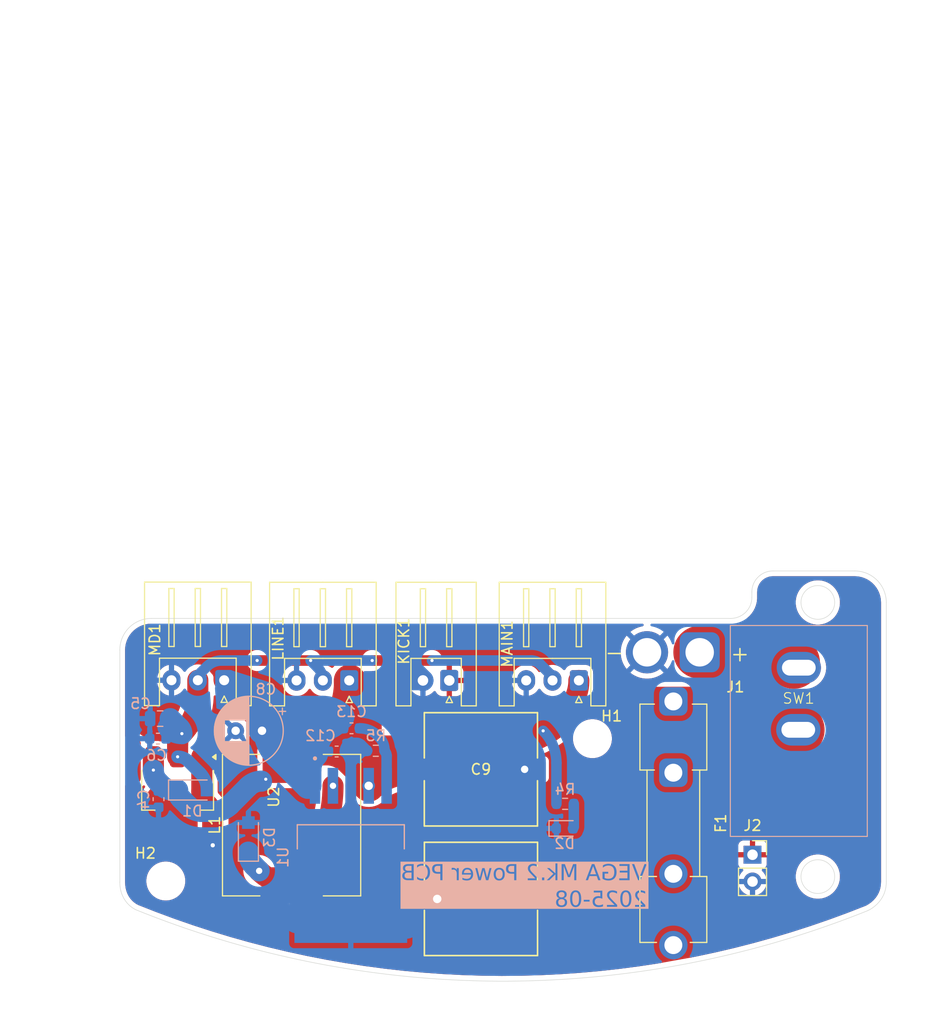
<source format=kicad_pcb>
(kicad_pcb (version 20241229) (generator "pcbnew") (generator_version "9.0")
  (layers (0 "F.Cu" signal) (2 "B.Cu" signal) (13 "F.Paste" user) (15 "B.Paste" user) (5 "F.SilkS" user "F.Silkscreen") (7 "B.SilkS" user "B.Silkscreen") (1 "F.Mask" user) (3 "B.Mask" user) (25 "Edge.Cuts" user))
  (net 0 "")
  (net 1 "Net-(D2-A)")
  (net 2 "+3.3V")
  (net 3 "Net-(SW1-B)")
  (net 4 "Net-(U1-ON{slash}OFF)")
  (net 5 "+12V")
  (net 6 "Net-(J1-Pin_1)")
  (net 7 "+5V")
  (net 8 "Net-(D3-K)")
  (net 9 "GND")
  (net 10 "unconnected-(U2-EPAD-Pad4)")
  (footprint "Fuse:Fuseholder_Clip-5x20mm_Keystone_3517_Inline_P23.11x6.76mm_D1.70mm_Horizontal" (layer "F.Cu") (at 166.181 166.47 -90)
    (property "Reference" "F1" (at 11.555 -4.5 270) (layer "F.SilkS"))
    (property "Value" "Fuse")
    (pad "1" thru_hole roundrect (at 0 0 270) (size 2.7 2.7) (drill 1.7) (layers "*.Cu" "*.Mask") (net 3 "Net-(SW1-B)"))
    (pad "1" thru_hole roundrect (at 6.76 0 270) (size 2.7 2.7) (drill 1.7) (layers "*.Cu" "*.Mask") (net 3 "Net-(SW1-B)"))
    (pad "2" thru_hole circle (at 16.35 0 270) (size 2.7 2.7) (drill 1.7) (layers "*.Cu" "*.Mask") (net 5 "+12V"))
    (pad "2" thru_hole circle (at 23.11 0 270) (size 2.7 2.7) (drill 1.7) (layers "*.Cu" "*.Mask") (net 5 "+12V"))
  )
  (footprint "Capacitor DOWNROAD:CAP_J-V_10X10P5_RUB" (layer "F.Cu") (at 147.9171 185.2 180)
    (property "Reference" "C1" (at 0 0 180) (layer "F.SilkS"))
    (property "Value" "1000uF")
    (pad "1" smd rect (at -4.1529 0 180) (size 3.6068 1.4986) (layers "F.Cu" "F.Mask" "F.Paste") (net 5 "+12V"))
    (pad "2" smd rect (at 4.1529 0 180) (size 3.6068 1.4986) (layers "F.Cu" "F.Mask" "F.Paste") (net 9 "GND"))
  )
  (footprint "Capacitor DOWNROAD:CAP_J-V_10X10P5_RUB" (layer "F.Cu") (at 147.91 172.91)
    (property "Reference" "C9" (at 0 0 0) (layer "F.SilkS"))
    (property "Value" "1000uF")
    (pad "1" smd rect (at -4.1529 0) (size 3.6068 1.4986) (layers "F.Cu" "F.Mask" "F.Paste") (net 7 "+5V"))
    (pad "2" smd rect (at 4.1529 0) (size 3.6068 1.4986) (layers "F.Cu" "F.Mask" "F.Paste") (net 9 "GND"))
  )
  (footprint "SW:DS-850K-S-ON" (layer "F.Cu") (at 178.09 169.27)
    (property "Reference" "SW1" (at -0.02 -3.09 0) (layer "F.SilkS") (effects (font (thickness 0.1))))
    (property "Value" "SW_SPST")
    (pad "1" thru_hole oval (at 0 -6) (size 4.2 3) (drill oval 3.2 1.5) (layers "*.Cu" "*.Mask") (net 6 "Net-(J1-Pin_1)"))
    (pad "2" thru_hole oval (at -0.05 -0.11) (size 4.2 3) (drill oval 3.2 1.5) (layers "*.Cu" "*.Mask") (net 3 "Net-(SW1-B)"))
  )
  (footprint "Connector_JST:JST_XH_S3B-XH-A_1x03_P2.50mm_Horizontal" (layer "F.Cu") (at 135.41 164.48 180)
    (property "Reference" "LINE1" (at 6.75 3.99 90) (layer "F.SilkS"))
    (property "Value" "Conn_01x03_Pin")
    (pad "1" thru_hole roundrect (at 0 0 180) (size 1.7 1.95) (drill 0.95) (layers "*.Cu" "*.Mask") (roundrect_rratio 0.147059) (net 7 "+5V"))
    (pad "2" thru_hole oval (at 2.5 0 180) (size 1.7 1.95) (drill 0.95) (layers "*.Cu" "*.Mask") (net 2 "+3.3V"))
    (pad "3" thru_hole oval (at 5 0 180) (size 1.7 1.95) (drill 0.95) (layers "*.Cu" "*.Mask") (net 9 "GND"))
  )
  (footprint "Connector_JST:JST_XH_S3B-XH-A_1x03_P2.50mm_Horizontal" (layer "F.Cu") (at 157.21 164.48 180)
    (property "Reference" "MAIN1" (at 6.8 3.47 90) (layer "F.SilkS"))
    (property "Value" "Conn_01x03_Pin")
    (pad "1" thru_hole roundrect (at 0 0 180) (size 1.7 1.95) (drill 0.95) (layers "*.Cu" "*.Mask") (roundrect_rratio 0.147059) (net 7 "+5V"))
    (pad "2" thru_hole oval (at 2.5 0 180) (size 1.7 1.95) (drill 0.95) (layers "*.Cu" "*.Mask") (net 2 "+3.3V"))
    (pad "3" thru_hole oval (at 5 0 180) (size 1.7 1.95) (drill 0.95) (layers "*.Cu" "*.Mask") (net 9 "GND"))
  )
  (footprint "Package_TO_SOT_SMD:SOT-223" (layer "F.Cu") (at 119.12 174.87 -90)
    (property "Reference" "U2" (at 0.666666 -9.13 90) (layer "F.SilkS"))
    (property "Value" "AZ1117CH-3.3TRG1")
    (pad "1" smd roundrect (at -3.15 -2.3 270) (size 2 1.5) (layers "F.Cu" "F.Mask" "F.Paste") (net 9 "GND"))
    (pad "2" smd roundrect (at -3.15 0 270) (size 2 1.5) (layers "F.Cu" "F.Mask" "F.Paste") (net 2 "+3.3V"))
    (pad "3" smd roundrect (at -3.15 2.3 270) (size 2 1.5) (layers "F.Cu" "F.Mask" "F.Paste") (net 7 "+5V"))
    (pad "4" smd roundrect (at 3.15 0 270) (size 2 3.8) (layers "F.Cu" "F.Mask" "F.Paste") (net 10 "unconnected-(U2-EPAD-Pad4)"))
  )
  (footprint "Connector_JST:JST_XH_S3B-XH-A_1x03_P2.50mm_Horizontal" (layer "F.Cu") (at 123.54 164.46 180)
    (property "Reference" "MD1" (at 6.58 3.84 90) (layer "F.SilkS"))
    (property "Value" "Conn_01x03_Pin")
    (pad "1" thru_hole roundrect (at 0 0 180) (size 1.7 1.95) (drill 0.95) (layers "*.Cu" "*.Mask") (roundrect_rratio 0.147059) (net 5 "+12V"))
    (pad "2" thru_hole oval (at 2.5 0 180) (size 1.7 1.95) (drill 0.95) (layers "*.Cu" "*.Mask") (net 2 "+3.3V"))
    (pad "3" thru_hole oval (at 5 0 180) (size 1.7 1.95) (drill 0.95) (layers "*.Cu" "*.Mask") (net 9 "GND"))
  )
  (footprint "Connector_AMASS:AMASS_XT30U-F_1x02_P5.0mm_Vertical" (layer "F.Cu") (at 168.68 161.81 180)
    (property "Reference" "J1" (at -3.39 -3.29 0) (layer "F.SilkS"))
    (property "Value" "Conn_01x02_Pin")
    (fp_text user "-" (at 8.1 0 0) (layer "F.SilkS") (effects (font (size 1.5 1.5))))
    (fp_text user "+" (at -3.82 -0.11 0) (layer "F.SilkS") (effects (font (size 1.5 1.5))))
    (pad "1" thru_hole roundrect (at 0 0 180) (size 3.8 3.8) (drill 2.7) (layers "*.Cu" "*.Mask") (roundrect_rratio 0.2) (net 6 "Net-(J1-Pin_1)"))
    (pad "2" thru_hole circle (at 5 0 180) (size 4 4) (drill 2.7) (layers "*.Cu" "*.Mask") (net 9 "GND"))
  )
  (footprint "Inductor_SMD:L_Changjiang_FXL1360" (layer "F.Cu") (at 129.94 178.2 90)
    (property "Reference" "L1" (at 0 -7.3 90) (layer "F.SilkS"))
    (property "Value" "CSAB1260A")
    (pad "1" smd roundrect (at -5.625 0 90) (size 3.25 5.5) (layers "F.Cu" "F.Mask" "F.Paste") (roundrect_rratio 0.076923) (net 8 "Net-(D3-K)"))
    (pad "2" smd roundrect (at 5.625 0 90) (size 3.25 5.5) (layers "F.Cu" "F.Mask" "F.Paste") (roundrect_rratio 0.076923) (net 7 "+5V"))
  )
  (footprint "MountingHole:MountingHole_3.2mm_M3" (layer "F.Cu") (at 158.5 170)
    (property "Reference" "H1" (at 1.82 -2.14 0) (layer "F.SilkS"))
    (property "Value" "MountingHole")
    (pad "" np_thru_hole circle (at 0 0) (size 3.2 3.2) (drill 3.2) (layers "*.Cu" "*.Mask"))
  )
  (footprint "Connector_JST:JST_XH_S2B-XH-A_1x02_P2.50mm_Horizontal" (layer "F.Cu") (at 144.91 164.48 180)
    (property "Reference" "KICK1" (at 4.31 3.72 90) (layer "F.SilkS"))
    (property "Value" "Conn_01x02_Pin")
    (pad "1" thru_hole roundrect (at 0 0 180) (size 1.7 2) (drill 1) (layers "*.Cu" "*.Mask") (roundrect_rratio 0.147059) (net 5 "+12V"))
    (pad "2" thru_hole oval (at 2.5 0 180) (size 1.7 2) (drill 1) (layers "*.Cu" "*.Mask") (net 9 "GND"))
  )
  (footprint "Connector_PinSocket_2.54mm:PinSocket_1x02_P2.54mm_Vertical" (layer "F.Cu") (at 173.695 181.01)
    (property "Reference" "J2" (at 0 -2.77 0) (layer "F.SilkS"))
    (property "Value" "Conn_01x02_Pin")
    (pad "1" thru_hole rect (at 0 0) (size 1.7 1.7) (drill 1) (layers "*.Cu" "*.Mask") (net 5 "+12V"))
    (pad "2" thru_hole oval (at 0 2.54) (size 1.7 1.7) (drill 1) (layers "*.Cu" "*.Mask") (net 9 "GND"))
  )
  (footprint "MountingHole:MountingHole_3.2mm_M3" (layer "F.Cu") (at 118 183.5)
    (property "Reference" "H2" (at -1.94 -2.63 0) (layer "F.SilkS"))
    (property "Value" "MountingHole")
    (pad "" np_thru_hole circle (at 0 0) (size 3.2 3.2) (drill 3.2) (layers "*.Cu" "*.Mask"))
  )
  (footprint "Resistor_SMD:R_0603_1608Metric" (layer "B.Cu") (at 155.905 176.183137)
    (property "Reference" "R4" (at 0 -1.37 180) (layer "B.SilkS") (effects (justify mirror)))
    (property "Value" "150")
    (pad "1" smd roundrect (at -0.825 0) (size 0.8 0.95) (layers "B.Cu" "B.Mask" "B.Paste") (net 7 "+5V"))
    (pad "2" smd roundrect (at 0.825 0) (size 0.8 0.95) (layers "B.Cu" "B.Mask" "B.Paste") (net 1 "Net-(D2-A)"))
  )
  (footprint "Capacitor_THT:CP_Radial_D6.3mm_P2.50mm" (layer "B.Cu") (at 127.13 169.25 180)
    (property "Reference" "C8" (at -0.37 3.93 0) (layer "B.SilkS") (effects (justify mirror)))
    (property "Value" "100uF")
    (pad "1" thru_hole rect (at 0 0 180) (size 1.6 1.6) (drill 0.8) (layers "*.Cu" "*.Mask") (net 5 "+12V"))
    (pad "2" thru_hole circle (at 2.5 0 180) (size 1.6 1.6) (drill 0.8) (layers "*.Cu" "*.Mask") (net 9 "GND"))
  )
  (footprint "Capacitor_SMD:C_0603_1608Metric" (layer "B.Cu") (at 134.22 171.22)
    (property "Reference" "C12" (at -1.54 -1.5 0) (layer "B.SilkS") (effects (justify mirror)))
    (property "Value" "0.1uF")
    (pad "1" smd roundrect (at -0.775 0) (size 0.9 0.95) (layers "B.Cu" "B.Mask" "B.Paste") (net 5 "+12V"))
    (pad "2" smd roundrect (at 0.775 0) (size 0.9 0.95) (layers "B.Cu" "B.Mask" "B.Paste") (net 9 "GND"))
  )
  (footprint "Capacitor_SMD:C_0603_1608Metric" (layer "B.Cu") (at 135.63 169.02)
    (property "Reference" "C13" (at 0 -1.58 0) (layer "B.SilkS") (effects (justify mirror)))
    (property "Value" "0.1uF")
    (pad "1" smd roundrect (at -0.775 0) (size 0.9 0.95) (layers "B.Cu" "B.Mask" "B.Paste") (net 5 "+12V"))
    (pad "2" smd roundrect (at 0.775 0) (size 0.9 0.95) (layers "B.Cu" "B.Mask" "B.Paste") (net 4 "Net-(U1-ON{slash}OFF)"))
  )
  (footprint "Resistor_SMD:R_0603_1608Metric" (layer "B.Cu") (at 137.935 171.15 180)
    (property "Reference" "R5" (at 0 1.43 0) (layer "B.SilkS") (effects (justify mirror)))
    (property "Value" "47k")
    (pad "1" smd roundrect (at -0.825 0 180) (size 0.8 0.95) (layers "B.Cu" "B.Mask" "B.Paste") (net 4 "Net-(U1-ON{slash}OFF)"))
    (pad "2" smd roundrect (at 0.825 0 180) (size 0.8 0.95) (layers "B.Cu" "B.Mask" "B.Paste") (net 9 "GND"))
  )
  (footprint "Capacitor_SMD:C_0603_1608Metric" (layer "B.Cu") (at 117.309 175.736 -90)
    (property "Reference" "C4" (at 0.044 1.409 90) (layer "B.SilkS") (effects (justify mirror)))
    (property "Value" "0.1uF")
    (pad "1" smd roundrect (at -0.775 0 270) (size 0.9 0.95) (layers "B.Cu" "B.Mask" "B.Paste") (net 7 "+5V"))
    (pad "2" smd roundrect (at 0.775 0 270) (size 0.9 0.95) (layers "B.Cu" "B.Mask" "B.Paste") (net 9 "GND"))
  )
  (footprint "Diode_SMD:Nexperia_CFP3_SOD-123W" (layer "B.Cu") (at 120.52 174.87)
    (property "Reference" "D1" (at 0 2 0) (layer "B.SilkS") (effects (justify mirror)))
    (property "Value" "GS1010FL")
    (pad "1" smd rect (at -1.4 0) (size 1.2 1.2) (layers "B.Cu" "B.Mask" "B.Paste") (net 7 "+5V"))
    (pad "2" smd rect (at 1.4 0) (size 1.2 1.2) (layers "B.Cu" "B.Mask" "B.Paste") (net 2 "+3.3V"))
  )
  (footprint "Capacitor_SMD:C_0805_2012Metric" (layer "B.Cu") (at 117.46 168.1 180)
    (property "Reference" "C5" (at 1.86 1.42 0) (layer "B.SilkS") (effects (justify mirror)))
    (property "Value" "47uF")
    (pad "1" smd roundrect (at -0.95 0 180) (size 1 1.45) (layers "B.Cu" "B.Mask" "B.Paste") (net 2 "+3.3V"))
    (pad "2" smd roundrect (at 0.95 0 180) (size 1 1.45) (layers "B.Cu" "B.Mask" "B.Paste") (net 9 "GND"))
  )
  (footprint "Regulator:LM2576SX-5.0_NOPB" (layer "B.Cu") (at 135.56 185.0725 -90)
    (property "Reference" "U1" (at -3.825 6.435 90) (layer "B.SilkS") (effects (justify mirror)))
    (property "Value" "LM2576SX-5.0_NOPB")
    (pad "1" smd rect (at -10.6 3.4 270) (size 3.4 1) (layers "B.Cu") (net 5 "+12V"))
    (pad "2" smd rect (at -10.6 1.7 270) (size 3.4 1) (layers "B.Cu") (net 8 "Net-(D3-K)"))
    (pad "3" smd rect (at -10.6 0 270) (size 3.4 1) (layers "B.Cu") (net 9 "GND"))
    (pad "4" smd rect (at -10.6 -1.7 270) (size 3.4 1) (layers "B.Cu") (net 7 "+5V"))
    (pad "5" smd rect (at -10.6 -3.4 270) (size 3.4 1) (layers "B.Cu") (net 4 "Net-(U1-ON{slash}OFF)"))
    (pad "6" smd rect (at 0 0 270) (size 8.6 10.7) (layers "B.Cu") (net 9 "GND"))
  )
  (footprint "Capacitor_SMD:C_0603_1608Metric" (layer "B.Cu") (at 117.25 169.999 180)
    (property "Reference" "C6" (at 0.13 -1.59 0) (layer "B.SilkS") (effects (justify mirror)))
    (property "Value" "0.1uF")
    (pad "1" smd roundrect (at -0.775 0 180) (size 0.9 0.95) (layers "B.Cu" "B.Mask" "B.Paste") (net 2 "+3.3V"))
    (pad "2" smd roundrect (at 0.775 0 180) (size 0.9 0.95) (layers "B.Cu" "B.Mask" "B.Paste") (net 9 "GND"))
  )
  (footprint "Diode_SMD:Nexperia_CFP3_SOD-123W" (layer "B.Cu") (at 125.84 179.36 90)
    (property "Reference" "D3" (at 0 2 90) (layer "B.SilkS") (effects (justify mirror)))
    (property "Value" "GS1010FL")
    (pad "1" smd rect (at -1.4 0 90) (size 1.2 1.2) (layers "B.Cu" "B.Mask" "B.Paste") (net 8 "Net-(D3-K)"))
    (pad "2" smd rect (at 1.4 0 90) (size 1.2 1.2) (layers "B.Cu" "B.Mask" "B.Paste") (net 9 "GND"))
  )
  (footprint "LED_SMD:LED_0603_1608Metric" (layer "B.Cu") (at 155.8625 178.513137)
    (property "Reference" "D2" (at 0 1.43 180) (layer "B.SilkS") (effects (justify mirror)))
    (property "Value" "LED")
    (pad "1" smd roundrect (at -0.7875 0) (size 0.875 0.95) (layers "B.Cu" "B.Mask" "B.Paste") (net 9 "GND"))
    (pad "2" smd roundrect (at 0.7875 0) (size 0.875 0.95) (layers "B.Cu" "B.Mask" "B.Paste") (net 1 "Net-(D2-A)"))
  )
  (gr_poly (pts (xy 168.14 165.17) (xy 171.62 166.83) (xy 167.57 167.57) (xy 163.78 168) (xy 163.82 167.56) (xy 164.3 165.18)) (stroke (width 0.2)) (fill yes) (layer "F.Cu") (net 3))
  (gr_poly (pts (xy 164.95 191.18) (xy 167.89 190.65) (xy 168.29 188.86) (xy 167.02 187.77) (xy 165.55 187.56) (xy 164.41 188.62) (xy 164.16 190.1)) (stroke (width 0.2)) (fill yes) (layer "F.Cu") (net 5))
  (gr_poly (pts (xy 125.039 167.07) (xy 129.54 166.23) (xy 127.73 164.72) (xy 124.21 163.62) (xy 122.87 165.32)) (stroke (width 0.2)) (fill yes) (layer "B.Cu") (net 5))
  (gr_poly (pts (xy 126.16 168.11) (xy 122.9 167.06) (xy 122.767562 165.204538)) (stroke (width 0.2)) (fill yes) (layer "B.Cu") (net 5))
  (gr_arc (start 183.395441 154.095) (mid 185.516761 154.97368) (end 186.395441 157.095) (stroke (width 0.05)) (layer "Edge.Cuts"))
  (gr_line (start 183.3954 154.095) (end 175.634 154.095) (stroke (width 0.05)) (layer "Edge.Cuts"))
  (gr_line (start 171.634 158.595) (end 116.633837 158.595) (stroke (width 0.05)) (layer "Edge.Cuts"))
  (gr_curve (pts (xy 113.633837 183.594989) (xy 113.633837 185.594989) (xy 115.15 186.22) (xy 115.15 186.22)) (stroke (width 0.05)) (layer "Edge.Cuts"))
  (gr_arc (start 173.634 156.595) (mid 173.048214 158.009214) (end 171.634 158.595) (stroke (width 0.05)) (layer "Edge.Cuts"))
  (gr_line (start 173.634 156.595) (end 173.634 156.095) (stroke (width 0.05)) (layer "Edge.Cuts"))
  (gr_arc (start 184.634 186.31) (mid 149.883007 192.99955) (end 115.148954 186.222588) (stroke (width 0.05)) (layer "Edge.Cuts"))
  (gr_line (start 113.633837 183.594989) (end 113.633837 161.595) (stroke (width 0.05)) (layer "Edge.Cuts"))
  (gr_line (start 186.3954 183.58256) (end 186.3954 157.095) (stroke (width 0.05)) (layer "Edge.Cuts"))
  (gr_curve (pts (xy 186.3954 183.58256) (xy 186.3954 185.58256) (xy 184.634 186.31) (xy 184.634 186.31)) (stroke (width 0.05)) (layer "Edge.Cuts"))
  (gr_circle (center 179.895438 183.082544) (end 181.495438 183.082544) (stroke (width 0.05)) (fill no) (layer "Edge.Cuts"))
  (gr_circle (center 179.895438 157.082544) (end 181.495438 157.082544) (stroke (width 0.05)) (fill no) (layer "Edge.Cuts"))
  (gr_arc (start 173.634 156.095) (mid 174.219786 154.680786) (end 175.634 154.095) (stroke (width 0.05)) (layer "Edge.Cuts"))
  (gr_arc (start 113.633837 161.595) (mid 114.512517 159.47368) (end 116.633837 158.595) (stroke (width 0.05)) (layer "Edge.Cuts"))
  (gr_text "VEGA Mk.2 Power PCB\n2025-08" (at 163.67 186.2 0) (layer "B.SilkS" knockout) (effects (font (size 1.5 1.5) (thickness 0.1)) (justify left bottom mirror)))
  (segment (start 115.12 170.48) (end 115.12 173.76) (width 1) (layer "F.Cu") (net 0))
  (segment (start 156.73 176.183137) (end 156.73 178.32) (width 1) (layer "B.Cu") (net 1))
  (arc (start 156.73 178.32) (mid 156.709208 178.424525) (end 156.65 178.513137) (width 1) (layer "B.Cu") (net 1))
  (segment (start 119.12 171.72) (end 119.12 170.506546) (width 2) (layer "F.Cu") (net 2))
  (segment (start 131.75 162.59) (end 126.67 162.59) (width 1) (layer "F.Cu") (net 2))
  (segment (start 121.04 164.46) (end 121.04 165.871256) (width 2) (layer "F.Cu") (net 2))
  (segment (start 137.59 162.59) (end 143.27 162.59) (width 1) (layer "F.Cu") (net 2))
  (via (at 119.12 171.72) (size 0.6) (drill 0.3) (layers "F.Cu" "B.Cu") (net 2))
  (via (at 143.27 162.59) (size 0.6) (drill 0.3) (layers "F.Cu" "B.Cu") (net 2))
  (via (at 131.75 162.59) (size 0.6) (drill 0.3) (layers "F.Cu" "B.Cu") (net 2))
  (via (at 119.52611 169.52611) (size 0.6) (drill 0.3) (layers "F.Cu" "B.Cu") (net 2))
  (via (at 137.59 162.59) (size 0.6) (drill 0.3) (layers "F.Cu" "B.Cu") (net 2))
  (via (at 126.67 162.59) (size 0.6) (drill 0.3) (layers "F.Cu" "B.Cu") (net 2))
  (arc (start 119.12 170.506546) (mid 119.225544 169.975938) (end 119.52611 169.52611) (width 2) (layer "F.Cu") (net 2))
  (arc (start 121.04 165.871256) (mid 120.646553 167.849249) (end 119.52611 169.52611) (width 2) (layer "F.Cu") (net 2))
  (segment (start 126.67 162.59) (end 123.290244 162.59) (width 1) (layer "B.Cu") (net 2))
  (segment (start 132.393812 163.233812) (end 131.75 162.59) (width 1) (layer "B.Cu") (net 2))
  (segment (start 118.296993 169.016993) (end 118.21 168.93) (width 2) (layer "B.Cu") (net 2))
  (segment (start 131.75 162.59) (end 137.59 162.59) (width 1) (layer "B.Cu") (net 2))
  (segment (start 143.27 162.59) (end 152.709167 162.59) (width 1) (layer "B.Cu") (net 2))
  (segment (start 121.89 163.17) (end 121.351127 163.708873) (width 1) (layer "B.Cu") (net 2))
  (segment (start 154.44837 163.848371) (end 153.53 162.93) (width 1) (layer "B.Cu") (net 2))
  (segment (start 119.306907 168.996907) (end 118.41 168.1) (width 2) (layer "B.Cu") (net 2))
  (segment (start 120.130607 172.138607) (end 121.253905 173.261905) (width 1.2) (layer "B.Cu") (net 2))
  (arc (start 121.351127 163.708873) (mid 121.120859 164.053493) (end 121.04 164.46) (width 1) (layer "B.Cu") (net 2))
  (arc (start 119.52611 169.52611) (mid 119.469141 169.239707) (end 119.306907 168.996907) (width 2) (layer "B.Cu") (net 2))
  (arc (start 154.71 164.48) (mid 154.642005 164.138165) (end 154.44837 163.848371) (width 1) (layer "B.Cu") (net 2))
  (arc (start 153.53 162.93) (mid 153.153399 162.678363) (end 152.709167 162.59) (width 1) (layer "B.Cu") (net 2))
  (arc (start 123.290244 162.59) (mid 122.532437 162.740737) (end 121.89 163.17) (width 1) (layer "B.Cu") (net 2))
  (arc (start 121.253905 173.261905) (mid 121.746887 173.999705) (end 121.92 174.87) (width 1.2) (layer "B.Cu") (net 2))
  (arc (start 132.91 164.48) (mid 132.775847 163.805568) (end 132.393812 163.233812) (width 1) (layer "B.Cu") (net 2))
  (arc (start 119.12 171.72) (mid 119.666937 171.828792) (end 120.130607 172.138607) (width 1.2) (layer "B.Cu") (net 2))
  (arc (start 119.52611 169.52611) (mid 118.860917 169.393795) (end 118.296993 169.016993) (width 2) (layer "B.Cu") (net 2))
  (segment (start 166.181 168.17) (end 166.181 174.23) (width 5) (layer "F.Cu") (net 3))
  (segment (start 166.551166 173.318834) (end 170.748834 169.121165) (width 5) (layer "F.Cu") (net 3))
  (segment (start 178.04 169.16) (end 168.571071 169.16) (width 5) (layer "F.Cu") (net 3))
  (arc (start 166.189834 174.191165) (mid 166.283741 173.719063) (end 166.551166 173.318834) (width 5) (layer "F.Cu") (net 3))
  (arc (start 168.571071 169.16) (mid 167.277574 168.902707) (end 166.181 168.17) (width 5) (layer "F.Cu") (net 3))
  (segment (start 138.137714 169.737713) (end 138.23 169.83) (width 1) (layer "B.Cu") (net 4))
  (segment (start 138.76 171.109533) (end 138.76 171.15) (width 1) (layer "B.Cu") (net 4))
  (segment (start 138.96 174.4725) (end 138.96 171.632843) (width 1) (layer "B.Cu") (net 4))
  (arc (start 138.23 169.83) (mid 138.622257 170.417055) (end 138.76 171.109533) (width 1) (layer "B.Cu") (net 4))
  (arc (start 138.96 171.632843) (mid 138.908022 171.37153) (end 138.76 171.15) (width 1) (layer "B.Cu") (net 4))
  (arc (start 136.405 169.02) (mid 137.342738 169.206528) (end 138.137714 169.737713) (width 1) (layer "B.Cu") (net 4))
  (segment (start 127.13 169.25) (end 127.79 169.91) (width 1) (layer "F.Cu") (net 5))
  (segment (start 123.85669 163.45) (end 124.55 163.45) (width 2) (layer "F.Cu") (net 5))
  (segment (start 166.181 183.075) (end 166.181 183.066) (width 5) (layer "F.Cu") (net 5))
  (segment (start 126.08 171.784924) (end 126.08 171.87) (width 1) (layer "F.Cu") (net 5))
  (segment (start 127.81 168.57) (end 127.81 168.35) (width 2.5) (layer "F.Cu") (net 5))
  (segment (start 127.13 169.25) (end 127.81 168.57) (width 2.5) (layer "F.Cu") (net 5))
  (segment (start 127.13 169.25) (end 127.13 169.31) (width 1) (layer "F.Cu") (net 5))
  (segment (start 123.54 164.46) (end 124.404645 165.324645) (width 2) (layer "F.Cu") (net 5))
  (segment (start 127.13 169.31) (end 125.52 170.92) (width 1) (layer "F.Cu") (net 5))
  (segment (start 152.0471 185.2) (end 152.0271 185.18) (width 5) (layer "F.Cu") (net 5))
  (segment (start 127.13 169.05) (end 126.2 168.12) (width 1) (layer "F.Cu") (net 5))
  (segment (start 127.13 169.25) (end 127.13 169.05) (width 1) (layer "F.Cu") (net 5))
  (segment (start 127.79 169.91) (end 128.94 169.91) (width 1) (layer "F.Cu") (net 5))
  (segment (start 166.181 183.075) (end 166.18 183.076) (width 5) (layer "F.Cu") (net 5))
  (segment (start 123.54 164.46) (end 123.54 164.278823) (width 2) (layer "F.Cu") (net 5))
  (arc (start 124.404645 165.324645) (mid 124.430811 165.363807) (end 124.44 165.41) (width 2) (layer "F.Cu") (net 5))
  (arc (start 123.06 163.12) (mid 123.425524 163.364236) (end 123.85669 163.45) (width 2) (layer "F.Cu") (net 5))
  (arc (start 127.13 169.25) (mid 126.352886 170.413033) (end 126.08 171.784924) (width 1) (layer "F.Cu") (net 5))
  (arc (start 123.54 164.278823) (mid 123.415252 163.651672) (end 123.06 163.12) (width 2) (layer "F.Cu") (net 5))
  (segment (start 129.826569 170.566569) (end 130.48 171.22) (width 2.5) (layer "B.Cu") (net 5))
  (segment (start 129.59 167.186743) (end 132.893326 167.186743) (width 2.5) (layer "B.Cu") (net 5))
  (segment (start 133.2 169.02) (end 133.115807 169.104193) (width 1) (layer "B.Cu") (net 5))
  (segment (start 127.222559 167.03) (end 128.108262 167.03) (width 2.5) (layer "B.Cu") (net 5))
  (segment (start 133.115807 169.104193) (end 129.220833 169.104193) (width 2.5) (layer "B.Cu") (net 5))
  (segment (start 128.626016 171.566015) (end 131.52 174.46) (width 2.5) (layer "B.Cu") (net 5))
  (segment (start 131.52 172.956812) (end 131.52 174.46) (width 2.5) (layer "B.Cu") (net 5))
  (segment (start 134.855 169.02) (end 133.2 169.02) (width 1) (layer "B.Cu") (net 5))
  (segment (start 134.8 168.06) (end 134.208355 168.651645) (width 2) (layer "B.Cu") (net 5))
  (arc (start 129.220833 169.104193) (mid 129.150027 169.090109) (end 129.09 169.05) (width 2.5) (layer "B.Cu") (net 5))
  (arc (start 127.13 169.25) (mid 126.817589 167.679405) (end 125.927918 166.347919) (width 2.5) (layer "B.Cu") (net 5))
  (arc (start 125.927918 166.347919) (mid 125.836032 165.885978) (end 125.574364 165.494364) (width 2.5) (layer "B.Cu") (net 5))
  (arc (start 127.53 168.92) (mid 127.814845 170.352013) (end 128.626016 171.566015) (width 2.5) (layer "B.Cu") (net 5))
  (arc (start 132.14 171.46) (mid 131.681133 172.146743) (end 131.52 172.956812) (width 2.5) (layer "B.Cu") (net 5))
  (arc (start 129.220833 169.104193) (mid 129.378259 169.895625) (end 129.826569 170.566569) (width 2.5) (layer "B.Cu") (net 5))
  (arc (start 128.108262 167.03) (mid 130.818326 167.569065) (end 133.115807 169.104193) (width 2.5) (layer "B.Cu") (net 5))
  (arc (start 132.893326 167.186743) (mid 133.848079 167.376655) (end 134.657479 167.917479) (width 2.5) (layer "B.Cu") (net 5))
  (arc (start 133.115807 169.104193) (mid 132.393604 170.185046) (end 132.14 171.46) (width 2.5) (layer "B.Cu") (net 5))
  (arc (start 134.208355 168.651645) (mid 133.707089 168.98658) (end 133.115807 169.104193) (width 2) (layer "B.Cu") (net 5))
  (arc (start 125.623952 165.543952) (mid 127.44359 166.759795) (end 129.59 167.186743) (width 2.5) (layer "B.Cu") (net 5))
  (segment (start 175.234354 161.796) (end 168.713799 161.796) (width 5) (layer "F.Cu") (net 6))
  (arc (start 177.59303 162.773016) (mid 176.510864 162.049918) (end 175.234354 161.796) (width 5) (layer "F.Cu") (net 6))
  (arc (start 168.713799 161.796) (mid 168.695507 161.799638) (end 168.68 161.81) (width 5) (layer "F.Cu") (net 6))
  (segment (start 136.699618 173.119618) (end 135.62 172.04) (width 3) (layer "F.Cu") (net 7))
  (segment (start 137.173009 171.2) (end 136.993009 171.02) (width 3) (layer "F.Cu") (net 7))
  (segment (start 133.157502 171.02) (end 132.8 171.02) (width 3) (layer "F.Cu") (net 7))
  (segment (start 132.8 171.02) (end 136.993009 171.02) (width 3) (layer "F.Cu") (net 7))
  (segment (start 135.46 164.598192) (end 135.46 164.48) (width 3) (layer "F.Cu") (net 7))
  (segment (start 143.7571 172.91) (end 141.032209 172.91) (width 3) (layer "F.Cu") (net 7))
  (segment (start 130.572225 171.942774) (end 129.94 172.575) (width 3) (layer "F.Cu") (net 7))
  (segment (start 144.752172 172.497827) (end 146.05 171.2) (width 3) (layer "F.Cu") (net 7))
  (segment (start 156.01499 167.365011) (end 155.47 167.91) (width 2) (layer "F.Cu") (net 7))
  (segment (start 116.82 171.72) (end 116.82 172.981751) (width 2) (layer "F.Cu") (net 7))
  (segment (start 133.161394 170.147518) (end 136.738912 166.57) (width 3) (layer "F.Cu") (net 7))
  (segment (start 146.05 171.2) (end 137.173009 171.2) (width 3) (layer "F.Cu") (net 7))
  (segment (start 136.993009 171.02) (end 136.993009 168.181011) (width 3) (layer "F.Cu") (net 7))
  (segment (start 146.05 171.2) (end 147.527238 171.2) (width 3) (layer "F.Cu") (net 7))
  (via (at 137.26 174.4725) (size 1.2) (drill 0.8) (layers "F.Cu" "B.Cu") (net 7))
  (via (at 116.82 172.981751) (size 0.6) (drill 0.3) (layers "F.Cu" "B.Cu") (net 7))
  (via (at 153.82 169.26) (size 0.6) (drill 0.3) (layers "F.Cu" "B.Cu") (net 7))
  (via (at 127.489 173.848) (size 0.6) (drill 0.3) (layers "F.Cu" "B.Cu") (net 7))
  (arc (start 143.7571 172.91) (mid 144.295629 172.80288) (end 144.752172 172.497827) (width 3) (layer "F.Cu") (net 7))
  (arc (start 141.032209 172.91) (mid 138.990704 173.31608) (end 137.26 174.4725) (width 3) (layer "F.Cu") (net 7))
  (arc (start 157.21 164.48) (mid 156.899427 166.041356) (end 156.01499 167.365011) (width 2) (layer "F.Cu") (net 7))
  (arc (start 132.8 171.02) (mid 132.893923 170.547816) (end 133.161394 170.147518) (width 3) (layer "F.Cu") (net 7))
  (arc (start 147.527238 171.2) (mid 148.729276 170.960899) (end 149.748314 170.28) (width 3) (layer "F.Cu") (net 7))
  (arc (start 132.8 171.02) (mid 131.594337 171.259821) (end 130.572225 171.942774) (width 3) (layer "F.Cu") (net 7))
  (arc (start 149.748314 170.28) (mid 152.844868 169.664057) (end 155.47 167.91) (width 3) (layer "F.Cu") (net 7))
  (arc (start 135.62 172.04) (mid 134.490196 171.285089) (end 133.157502 171.02) (width 3) (layer "F.Cu") (net 7))
  (arc (start 133.161394 170.147518) (mid 134.862612 167.601465) (end 135.46 164.598192) (width 3) (layer "F.Cu") (net 7))
  (arc (start 137.26 174.4725) (mid 137.114361 173.740326) (end 136.699618 173.119618) (width 3) (layer "F.Cu") (net 7))
  (arc (start 136.993009 168.181011) (mid 136.594593 166.178038) (end 135.46 164.48) (width 3) (layer "F.Cu") (net 7))
  (segment (start 117.295352 174.129352) (end 117.612 174.446) (width 2) (layer "B.Cu") (net 7))
  (segment (start 118.635627 174.87) (end 119.12 174.87) (width 2) (layer "B.Cu") (net 7))
  (segment (start 124.09 176.28) (end 125.811792 174.558208) (width 2) (layer "B.Cu") (net 7))
  (segment (start 121.438746 176.903) (end 122.592 176.903) (width 2) (layer "B.Cu") (net 7))
  (segment (start 119.462947 175.697947) (end 120.123 176.358) (width 2) (layer "B.Cu") (net 7))
  (segment (start 155.08 176.183137) (end 155.08 172.301909) (width 1) (layer "B.Cu") (net 7))
  (segment (start 124.085719 176.284282) (end 124.09 176.28) (width 2) (layer "B.Cu") (net 7))
  (arc (start 122.592 176.903) (mid 123.400395 176.7422) (end 124.085719 176.284282) (width 2) (layer "B.Cu") (net 7))
  (arc (start 120.123 176.358) (mid 120.726669 176.761359) (end 121.438746 176.903) (width 2) (layer "B.Cu") (net 7))
  (arc (start 117.612 174.446) (mid 118.081644 174.759806) (end 118.635627 174.87) (width 2) (layer "B.Cu") (net 7))
  (arc (start 116.82 172.981751) (mid 116.94354 173.602828) (end 117.295352 174.129352) (width 2) (layer "B.Cu") (net 7))
  (arc (start 155.08 172.301909) (mid 154.752537 170.65564) (end 153.82 169.26) (width 1) (layer "B.Cu") (net 7))
  (arc (start 125.811792 174.558208) (mid 126.396862 174.167277) (end 127.087 174.03) (width 2) (layer "B.Cu") (net 7))
  (arc (start 119.12 174.87) (mid 119.209129 175.318082) (end 119.462947 175.697947) (width 2) (layer "B.Cu") (net 7))
  (segment (start 130.033946 183.731055) (end 129.94 183.825) (width 2) (layer "F.Cu") (net 8))
  (segment (start 126.86 182.54) (end 126.875744 182.555743) (width 2) (layer "F.Cu") (net 8))
  (via (at 133.87 174.47) (size 1) (drill 0.6) (layers "F.Cu" "B.Cu") (net 8))
  (via (at 126.86 182.54) (size 1) (drill 0.6) (layers "F.Cu" "B.Cu") (net 8))
  (arc (start 126.875744 182.555743) (mid 128.281636 183.495131) (end 129.94 183.825) (width 2) (layer "F.Cu") (net 8))
  (arc (start 133.87 174.47) (mid 132.873042 179.482047) (end 130.033946 183.731055) (width 2) (layer "F.Cu") (net 8))
  (segment (start 126.377401 182.057401) (end 126.86 182.54) (width 2) (layer "B.Cu") (net 8))
  (arc (start 125.84 180.76) (mid 125.979666 181.462148) (end 126.377401 182.057401) (width 2) (layer "B.Cu") (net 8))
  (segment (start 122.451 180.106) (end 122.451 177.486379) (width 2) (layer "F.Cu") (net 9))
  (segment (start 122.456 180.111) (end 122.451 180.106) (width 2) (layer "F.Cu") (net 9))
  (segment (start 121.42 174.997325) (end 121.42 171.72) (width 2) (layer "F.Cu") (net 9))
  (via (at 143.7642 185.2) (size 1.2) (drill 0.8) (layers "F.Cu" "B.Cu") (net 9))
  (via (at 122.456 180.111) (size 0.8) (drill 0.4) (layers "F.Cu" "B.Cu") (net 9))
  (via (at 152.0629 172.91) (size 1) (drill 0.7) (layers "F.Cu" "B.Cu") (net 9))
  (arc (start 122.451 177.486379) (mid 122.323393 176.844857) (end 121.96 176.301) (width 2) (layer "F.Cu") (net 9))
  (arc (start 121.96 176.301) (mid 121.560342 175.702868) (end 121.42 174.997325) (width 2) (layer "F.Cu") (net 9))
  (segment (start 134.603638 182.763638) (end 132.54 180.7) (width 3) (layer "B.Cu") (net 9))
  (segment (start 136.431509 182.968491) (end 138.37 181.03) (width 3) (layer "B.Cu") (net 9))
  (segment (start 135.56 174.4725) (end 135.56 172.584031) (width 1) (layer "B.Cu") (net 9))
  (segment (start 135.56 185.0725) (end 135.56 180.788284) (width 3) (layer "B.Cu") (net 9))
  (segment (start 136.536776 170.576777) (end 137.11 171.15) (width 1) (layer "B.Cu") (net 9))
  (segment (start 135.680416 170.4) (end 136.11 170.4) (width 1) (layer "B.Cu") (net 9))
  (segment (start 142.241005 164.41) (end 140.04 164.41) (width 2) (layer "B.Cu") (net 9))
  (segment (start 137.706687 184.183313) (end 140.82 181.07) (width 3) (layer "B.Cu") (net 9))
  (segment (start 135.56 172.378995) (end 135.56 174.4725) (width 1) (layer "B.Cu") (net 9))
  (segment (start 135.56 185.0725) (end 132.533681 185.0725) (width 3) (layer "B.Cu") (net 9))
  (segment (start 137.11 171.15) (end 136.415269 171.15) (width 1) (layer "B.Cu") (net 9))
  (segment (start 142.41 164.48) (end 141.41364 163.48364) (width 2) (layer "B.Cu") (net 9))
  (segment (start 135.260165 170.579835) (end 135.27 170.57) (width 1) (layer "B.Cu") (net 9))
  (segment (start 135.56 185.0725) (end 139.206319 185.0725) (width 3) (layer "B.Cu") (net 9))
  (segment (start 132.832897 183.942897) (end 130.21 181.32) (width 3) (layer "B.Cu") (net 9))
  (segment (start 135.56 174.4725) (end 135.56 175.482183) (width 1) (layer "B.Cu") (net 9))
  (segment (start 135.56 185.0725) (end 135.145112 185.0725) (width 3) (layer "B.Cu") (net 9))
  (segment (start 140.361238 187.061238) (end 140.78 187.48) (width 3) (layer "B.Cu") (net 9))
  (segment (start 135.56 174.4725) (end 135.56 175.83603) (width 1) (layer "B.Cu") (net 9))
  (segment (start 136.393015 171.446985) (end 135.63 172.21) (width 1) (layer "B.Cu") (net 9))
  (arc (start 135.56 175.482183) (mid 135.702941 176.200792) (end 136.11 176.81) (width 1) (layer "B.Cu") (net 9))
  (arc (start 135.56 172.584031) (mid 135.413162 171.845822) (end 134.995 171.22) (width 1) (layer "B.Cu") (net 9))
  (arc (start 134.995 171.22) (mid 135.063914 170.873545) (end 135.260165 170.579835) (width 1) (layer "B.Cu") (net 9))
  (arc (start 135.56 185.0725) (mid 135.31145 183.822953) (end 134.603638 182.763638) (width 3) (layer "B.Cu") (net 9))
  (arc (start 141.41364 163.48364) (mid 141.366539 163.41315) (end 141.35 163.33) (width 2) (layer "B.Cu") (net 9))
  (arc (start 135.145112 185.0725) (mid 132.652844 185.568243) (end 130.54 186.98) (width 3) (layer "B.Cu") (net 9))
  (arc (start 136.415269 171.15) (mid 136.11476 171.209775) (end 135.86 171.38) (width 1) (layer "B.Cu") (net 9))
  (arc (start 135.63 172.21) (mid 135.578193 172.287535) (end 135.56 172.378995) (width 1) (layer "B.Cu") (net 9))
  (arc (start 135.27 170.57) (mid 135.4583 170.444182) (end 135.680416 170.4) (width 1) (layer "B.Cu") (net 9))
  (arc (start 135.56 185.0725) (mid 138.158411 185.589356) (end 140.361238 187.061238) (width 3) (layer "B.Cu") (net 9))
  (arc (start 135.56 185.0725) (mid 135.786498 183.933819) (end 136.431509 182.968491) (width 3) (layer "B.Cu") (net 9))
  (arc (start 136.11 170.4) (mid 136.34097 170.445943) (end 136.536776 170.576777) (width 1) (layer "B.Cu") (net 9))
  (arc (start 135.56 180.788284) (mid 135.554802 180.762153) (end 135.54 180.74) (width 3) (layer "B.Cu") (net 9))
  (arc (start 135.56 185.0725) (mid 136.721779 184.841408) (end 137.706687 184.183313) (width 3) (layer "B.Cu") (net 9))
  (arc (start 132.533681 185.0725) (mid 131.276114 184.822355) (end 130.21 184.11) (width 3) (layer "B.Cu") (net 9))
  (arc (start 137.11 171.15) (mid 136.72197 171.227184) (end 136.393015 171.446985) (width 1) (layer "B.Cu") (net 9))
  (arc (start 139.206319 185.0725) (mid 140.463886 184.822354) (end 141.53 184.11) (width 3) (layer "B.Cu") (net 9))
  (arc (start 135.56 175.83603) (mid 135.450845 176.384787) (end 135.14 176.85) (width 1) (layer "B.Cu") (net 9))
  (arc (start 142.41 164.48) (mid 142.332464 164.428192) (end 142.241005 164.41) (width 2) (layer "B.Cu") (net 9))
  (arc (start 135.56 185.0725) (mid 134.084103 184.778926) (end 132.832897 183.942897) (width 3) (layer "B.Cu") (net 9))
  (segment (start 116.49 176.188538) (end 116.49 177.090609) (width 1) (layer "F.Cu") (net 10))
  (segment (start 117.232 175.641) (end 117.676851 175.641) (width 1) (layer "F.Cu") (net 10))
  (segment (start 117.232 176.663464) (end 117.232 175.641) (width 1) (layer "F.Cu") (net 10))
  (segment (start 117.01 178.346) (end 118.332966 178.346) (width 1) (layer "F.Cu") (net 10))
  (segment (start 117.446 176.424) (end 117.91588 176.424) (width 1) (layer "F.Cu") (net 10))
  (segment (start 117.01 178.346) (end 117.01 177.532581) (width 1) (layer "F.Cu") (net 10))
  (segment (start 119.078281 178.12072) (end 118.85 178.349) (width 1) (layer "F.Cu") (net 10))
  (segment (start 117.446 177.005) (end 117.446 176.424) (width 1) (layer "F.Cu") (net 10))
  (segment (start 119.12 178.02) (end 117.54347 178.02) (width 1) (layer "F.Cu") (net 10))
  (segment (start 118.662849 174.875) (end 117.440085 174.875) (width 1) (layer "F.Cu") (net 10))
  (segment (start 118.694912 175.771911) (end 119.02 176.097) (width 1) (layer "F.Cu") (net 10))
  (segment (start 119.806 176.553613) (end 119.806 176.206) (width 1) (layer "F.Cu") (net 10))
  (segment (start 119.201 176.896) (end 117.709149 176.896) (width 1) (layer "F.Cu") (net 10))
  (segment (start 119.201 176.533973) (end 119.201 176.896) (width 1) (layer "F.Cu") (net 10))
  (segment (start 119.395171 175.214171) (end 119.334 175.153) (width 1) (layer "F.Cu") (net 10))
  (arc (start 119.806 176.206) (mid 119.699229 175.669226) (end 119.395171 175.214171) (width 1) (layer "F.Cu") (net 10))
  (arc (start 117.676851 175.641) (mid 117.819266 175.612671) (end 117.94 175.532) (width 1) (layer "F.Cu") (net 10))
  (arc (start 116.49 177.090609) (mid 116.625144 177.770021) (end 117.01 178.346) (width 1) (layer "F.Cu") (net 10))
  (arc (start 119.02 176.097) (mid 119.153959 176.297485) (end 119.201 176.533973) (width 1) (layer "F.Cu") (net 10))
  (arc (start 118.332966 178.346) (mid 118.758906 178.261275) (end 119.12 178.02) (width 1) (layer "F.Cu") (net 10))
  (arc (start 117.440085 174.875) (mid 117.174853 174.927758) (end 116.95 175.078) (width 1) (layer "F.Cu") (net 10))
  (arc (start 119.334 175.153) (mid 119.026073 174.94725) (end 118.662849 174.875) (width 1) (layer "F.Cu") (net 10))
  (arc (start 116.95 175.078) (mid 116.60955 175.587519) (end 116.49 176.188538) (width 1) (layer "F.Cu") (net 10))
  (arc (start 117.91588 176.424) (mid 118.073975 176.392553) (end 118.208 176.303) (width 1) (layer "F.Cu") (net 10))
  (arc (start 119.988 176.993) (mid 119.8533 176.791408) (end 119.806 176.553613) (width 1) (layer "F.Cu") (net 10))
  (arc (start 117.709149 176.896) (mid 117.566734 176.924328) (end 117.446 177.005) (width 1) (layer "F.Cu") (net 10))
  (arc (start 116.941 177.366) (mid 117.156372 177.043674) (end 117.232 176.663464) (width 1) (layer "F.Cu") (net 10))
  (arc (start 118.644 175.649) (mid 118.657231 175.715519) (end 118.694912 175.771911) (width 1) (layer "F.Cu") (net 10))
  (arc (start 119.12 178.02) (mid 119.109157 178.074509) (end 119.078281 178.12072) (width 1) (layer "F.Cu") (net 10))
  (arc (start 117.01 177.532581) (mid 116.992068 177.442428) (end 116.941 177.366) (width 1) (layer "F.Cu") (net 10))
  (zone (net 5) (net_name "+12V") (layer "F.Cu") (connect_pads (clearance 0.5)) (min_thickness 0.25) (fill yes (thermal_gap 0.5) (thermal_bridge_width 0.5))
    (polygon (pts (xy 102.26 144.822) (xy 192.269 144.822) (xy 192.27 144.823) (xy 192.27 196.57) (xy 102.27 196.57) (xy 102.26 196.56) (xy 102.26 144.82)))
  )
  (zone (net 9) (net_name "GND") (layer "B.Cu") (priority 1) (connect_pads (clearance 0.5)) (min_thickness 0.25) (fill yes (thermal_gap 0.5) (thermal_bridge_width 0.5))
    (polygon (pts (xy 102.26 144.82) (xy 192.269 144.82) (xy 192.27 144.821) (xy 192.27 196.57) (xy 102.27 196.57) (xy 102.26 196.56)))
  )
)
</source>
